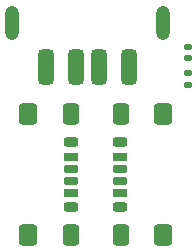
<source format=gtp>
G04 #@! TF.GenerationSoftware,KiCad,Pcbnew,9.0.3*
G04 #@! TF.CreationDate,2025-09-05T20:04:58+02:00*
G04 #@! TF.ProjectId,SwitchHolderAdapter,53776974-6368-4486-9f6c-646572416461,rev?*
G04 #@! TF.SameCoordinates,Original*
G04 #@! TF.FileFunction,Paste,Top*
G04 #@! TF.FilePolarity,Positive*
%FSLAX46Y46*%
G04 Gerber Fmt 4.6, Leading zero omitted, Abs format (unit mm)*
G04 Created by KiCad (PCBNEW 9.0.3) date 2025-09-05 20:04:58*
%MOMM*%
%LPD*%
G01*
G04 APERTURE LIST*
G04 Aperture macros list*
%AMRoundRect*
0 Rectangle with rounded corners*
0 $1 Rounding radius*
0 $2 $3 $4 $5 $6 $7 $8 $9 X,Y pos of 4 corners*
0 Add a 4 corners polygon primitive as box body*
4,1,4,$2,$3,$4,$5,$6,$7,$8,$9,$2,$3,0*
0 Add four circle primitives for the rounded corners*
1,1,$1+$1,$2,$3*
1,1,$1+$1,$4,$5*
1,1,$1+$1,$6,$7*
1,1,$1+$1,$8,$9*
0 Add four rect primitives between the rounded corners*
20,1,$1+$1,$2,$3,$4,$5,0*
20,1,$1+$1,$4,$5,$6,$7,0*
20,1,$1+$1,$6,$7,$8,$9,0*
20,1,$1+$1,$8,$9,$2,$3,0*%
G04 Aperture macros list end*
%ADD10RoundRect,0.135000X-0.185000X0.135000X-0.185000X-0.135000X0.185000X-0.135000X0.185000X0.135000X0*%
%ADD11RoundRect,0.147500X-0.172500X0.147500X-0.172500X-0.147500X0.172500X-0.147500X0.172500X0.147500X0*%
%ADD12RoundRect,0.175000X-0.425000X0.175000X-0.425000X-0.175000X0.425000X-0.175000X0.425000X0.175000X0*%
%ADD13RoundRect,0.190000X0.410000X-0.190000X0.410000X0.190000X-0.410000X0.190000X-0.410000X-0.190000X0*%
%ADD14RoundRect,0.200000X0.400000X-0.200000X0.400000X0.200000X-0.400000X0.200000X-0.400000X-0.200000X0*%
%ADD15RoundRect,0.175000X0.425000X-0.175000X0.425000X0.175000X-0.425000X0.175000X-0.425000X-0.175000X0*%
%ADD16RoundRect,0.190000X-0.410000X0.190000X-0.410000X-0.190000X0.410000X-0.190000X0.410000X0.190000X0*%
%ADD17RoundRect,0.200000X-0.400000X0.200000X-0.400000X-0.200000X0.400000X-0.200000X0.400000X0.200000X0*%
%ADD18RoundRect,0.250000X-0.425000X0.650000X-0.425000X-0.650000X0.425000X-0.650000X0.425000X0.650000X0*%
%ADD19RoundRect,0.250000X-0.500000X0.650000X-0.500000X-0.650000X0.500000X-0.650000X0.500000X0.650000X0*%
%ADD20O,1.200000X2.900000*%
%ADD21RoundRect,0.325000X0.325000X1.175000X-0.325000X1.175000X-0.325000X-1.175000X0.325000X-1.175000X0*%
%ADD22RoundRect,0.250000X0.425000X-0.650000X0.425000X0.650000X-0.425000X0.650000X-0.425000X-0.650000X0*%
%ADD23RoundRect,0.250000X0.500000X-0.650000X0.500000X0.650000X-0.500000X0.650000X-0.500000X-0.650000X0*%
G04 APERTURE END LIST*
D10*
X153000000Y-86740000D03*
X153000000Y-87760000D03*
D11*
X153000000Y-84515000D03*
X153000000Y-85485000D03*
D12*
X143135000Y-94875000D03*
D13*
X143135000Y-96895000D03*
D14*
X143135000Y-98125000D03*
D15*
X143135000Y-95875000D03*
D16*
X143135000Y-93855000D03*
D17*
X143135000Y-92625000D03*
D18*
X143080000Y-90250000D03*
D19*
X139500000Y-90250000D03*
D18*
X143080000Y-100500000D03*
D19*
X139500000Y-100500000D03*
D20*
X150900000Y-82540000D03*
X138100000Y-82540000D03*
D21*
X148000000Y-86240000D03*
X145500000Y-86240000D03*
X143500000Y-86240000D03*
X141000000Y-86240000D03*
D15*
X147267500Y-95875000D03*
D16*
X147267500Y-93855000D03*
D17*
X147267500Y-92625000D03*
D12*
X147267500Y-94875000D03*
D13*
X147267500Y-96895000D03*
D14*
X147267500Y-98125000D03*
D22*
X147322500Y-100500000D03*
D23*
X150902500Y-100500000D03*
D22*
X147322500Y-90250000D03*
D23*
X150902500Y-90250000D03*
M02*

</source>
